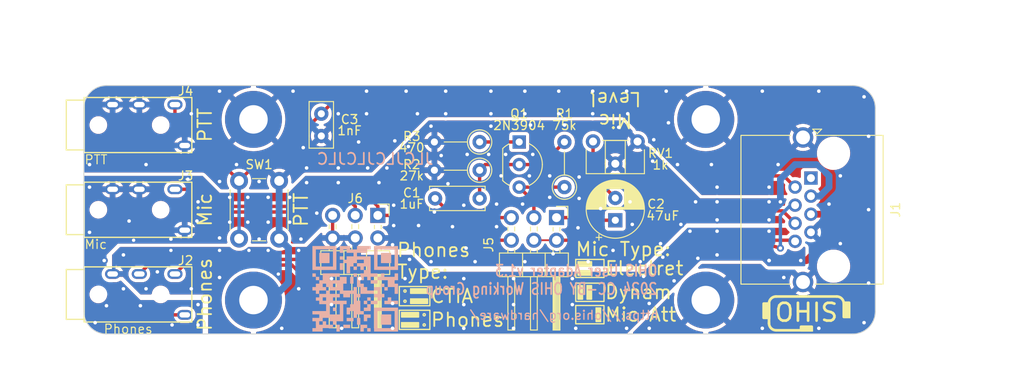
<source format=kicad_pcb>
(kicad_pcb (version 20221018) (generator pcbnew)
  (layers (0 "F.Cu" signal) (31 "B.Cu" signal) (34 "B.Paste" user) (35 "F.Paste" user) (36 "B.SilkS" user "B.Silkscreen") (37 "F.SilkS" user "F.Silkscreen") (38 "B.Mask" user) (39 "F.Mask" user) (44 "Edge.Cuts" user))
  (net 0 "")
  (net 1 "Net-(Q1-B)")
  (net 3 "PTT")
  (net 4 "Mic-")
  (net 5 "HP:L")
  (net 6 "HP:G")
  (net 7 "Mic+")
  (net 8 "GND")
  (net 9 "HP:R")
  (net 10 "Mic+ 3.5")
  (net 11 "Net-(Q1-E)")
  (net 12 "Net-(J5-Pin_1)")
  (net 13 "Net-(J5-Pin_3)")
  (net 14 "Net-(C2-Pad2)")
  (net 15 "Net-(J6-Pin_3)")
  (net 16 "Net-(J5-Pin_5)")
  (footprint "Libraries:BOM_Item" (layer "F.Cu") (at 194.509 86.892)
    (fp_text reference "BOM6")
    (fp_text value "M3 14mm brass standoff")
  )
  (footprint "Button_Switch_THT:SW_PUSH_6mm_H9.5mm" (layer "F.Cu") (at 119.035 79.45 90)
    (fp_text reference "SW1" (at 8.33 2.25 180) (layer "F.SilkS"))
    (fp_text value "PTT")
    (pad "1" thru_hole circle (at 0 0 180) (size 2 2) (drill 1.1) (layers "*.Cu" "*.Mask") (net 3 "PTT"))
    (pad "1" thru_hole circle (at 6.5 0 180) (size 2 2) (drill 1.1) (layers "*.Cu" "*.Mask") (net 3 "PTT"))
    (pad "2" thru_hole circle (at 0 4.5 180) (size 2 2) (drill 1.1) (layers "*.Cu" "*.Mask") (net 8 "GND"))
    (pad "2" thru_hole circle (at 6.5 4.5 180) (size 2 2) (drill 1.1) (layers "*.Cu" "*.Mask") (net 8 "GND"))
  )
  (footprint "Libraries:BOM_Item" (layer "F.Cu") (at 195.326 79.526)
    (fp_text reference "BOM17")
    (fp_text value "Main Board")
  )
  (footprint "Package_TO_SOT_THT:TO-92_Inline_Wide" (layer "F.Cu") (at 150.495 68.58 -90)
    (fp_text reference "Q1" (at -3.175 0) (layer "F.SilkS"))
    (fp_text value "2N3904")
    (pad "1" thru_hole rect (at 0 0 270) (size 1.5 1.5) (drill 0.8) (layers "*.Cu" "*.Mask") (net 11 "Net-(Q1-E)"))
    (pad "2" thru_hole circle (at 2.54 0 270) (size 1.5 1.5) (drill 0.8) (layers "*.Cu" "*.Mask") (net 1 "Net-(Q1-B)"))
    (pad "3" thru_hole circle (at 5.08 0 270) (size 1.5 1.5) (drill 0.8) (layers "*.Cu" "*.Mask") (net 13 "Net-(J5-Pin_3)"))
  )
  (footprint "Libraries:BOM_Item" (layer "F.Cu") (at 194.509 88.392)
    (fp_text reference "BOM7")
    (fp_text value "M3 14mm brass standoff")
  )
  (footprint "Libraries:Conn-3.5mm-TRRS-PJ-320L" (layer "F.Cu") (at 101.63 66.675)
    (fp_text reference "J4" (at 11.4 -3.81) (layer "F.SilkS"))
    (fp_text value "PTT")
    (pad "" np_thru_hole circle (at 1.6 0) (size 1.5 1.5) (drill 1.5) (layers "*.Cu" "*.Mask"))
    (pad "" np_thru_hole circle (at 8.6 0) (size 1.5 1.5) (drill 1.5) (layers "*.Cu" "*.Mask"))
    (pad "R1" thru_hole oval (at 6.2 -2.3) (size 1.7 1.1) (drill oval 1.2 0.6) (layers "*.Cu" "*.Mask") (net 8 "GND"))
    (pad "R2" thru_hole oval (at 3.2 -2.3) (size 1.7 1.1) (drill oval 1.2 0.6) (layers "*.Cu" "*.Mask") (net 8 "GND"))
    (pad "S" thru_hole oval (at 11.3 2.3) (size 1.7 1.1) (drill oval 1.2 0.6) (layers "*.Cu" "*.Mask") (net 8 "GND"))
    (pad "T" thru_hole oval (at 10.2 -2.3) (size 1.7 1.1) (drill oval 1.2 0.6) (layers "*.Cu" "*.Mask") (net 3 "PTT"))
  )
  (footprint "Libraries:BOM_Item" (layer "F.Cu") (at 195.6 89.7)
    (fp_text reference "BOM16")
    (fp_text value "M3 10mm SS screw")
  )
  (footprint "Libraries:Conn-3.5mm-TRRS-PJ-320L" (layer "F.Cu") (at 101.63 85.725)
    (fp_text reference "J2" (at 11.4 -3.81) (layer "F.SilkS"))
    (fp_text value "Headphones")
    (pad "" np_thru_hole circle (at 1.6 0) (size 1.5 1.5) (drill 1.5) (layers "*.Cu" "*.Mask"))
    (pad "" np_thru_hole circle (at 8.6 0) (size 1.5 1.5) (drill 1.5) (layers "*.Cu" "*.Mask"))
    (pad "R1" thru_hole oval (at 6.2 -2.3) (size 1.7 1.1) (drill oval 1.2 0.6) (layers "*.Cu" "*.Mask") (net 9 "HP:R"))
    (pad "R2" thru_hole oval (at 3.2 -2.3) (size 1.7 1.1) (drill oval 1.2 0.6) (layers "*.Cu" "*.Mask") (net 6 "HP:G"))
    (pad "S" thru_hole oval (at 11.3 2.3) (size 1.7 1.1) (drill oval 1.2 0.6) (layers "*.Cu" "*.Mask") (net 15 "Net-(J6-Pin_3)"))
    (pad "T" thru_hole oval (at 10.2 -2.3) (size 1.7 1.1) (drill oval 1.2 0.6) (layers "*.Cu" "*.Mask") (net 5 "HP:L"))
  )
  (footprint "MountingHole:MountingHole_3.2mm_M3_Pad" (layer "F.Cu") (at 120.65 66.04)
    (fp_text reference "H1" hide)
    (fp_text value "MountingHole_Pad")
    (pad "1" thru_hole circle (at 0 0) (size 6.4 6.4) (drill 3.2) (layers "*.Cu" "*.Mask") (net 8 "GND"))
  )
  (footprint "Libraries:BOM_Item" (layer "F.Cu") (at 194.509 85.392)
    (fp_text reference "BOM5")
    (fp_text value "M3 14mm brass standoff")
  )
  (footprint "Libraries:BOM_Item" (layer "F.Cu") (at 196.342 68.882)
    (fp_text reference "BOM2")
    (fp_text value ".1\" Jumper")
  )
  (footprint "MountingHole:MountingHole_3.2mm_M3_Pad" (layer "F.Cu") (at 171.45 66.04)
    (fp_text reference "H3" hide)
    (fp_text value "MountingHole_Pad")
    (pad "1" thru_hole circle (at 0 0) (size 6.4 6.4) (drill 3.2) (layers "*.Cu" "*.Mask") (net 8 "GND"))
  )
  (footprint "Libraries:BOM_Item" (layer "F.Cu") (at 198.6 89.7)
    (fp_text reference "BOM22")
    (fp_text value "M3 3mm ABS standoff")
  )
  (footprint "Libraries:BOM_Item" (layer "F.Cu") (at 195.326 81.026)
    (fp_text reference "BOM18")
    (fp_text value "Top Board")
  )
  (footprint "MountingHole:MountingHole_3.2mm_M3_Pad" (layer "F.Cu") (at 120.65 86.36)
    (fp_text reference "H2" hide)
    (fp_text value "MountingHole_Pad")
    (pad "1" thru_hole circle (at 0 0) (size 6.4 6.4) (drill 3.2) (layers "*.Cu" "*.Mask") (net 8 "GND"))
  )
  (footprint "Capacitor_THT:C_Disc_D6.0mm_W2.5mm_P5.00mm" (layer "F.Cu") (at 141.05 74.93)
    (fp_text reference "C1" (at -2.62 -0.635) (layer "F.SilkS"))
    (fp_text value "1uF")
    (pad "1" thru_hole circle (at 0 0) (size 1.6 1.6) (drill 0.8) (layers "*.Cu" "*.Mask") (net 16 "Net-(J5-Pin_5)"))
    (pad "2" thru_hole circle (at 5 0) (size 1.6 1.6) (drill 0.8) (layers "*.Cu" "*.Mask") (net 1 "Net-(Q1-B)"))
  )
  (footprint "Resistor_THT:R_Axial_DIN0207_L6.3mm_D2.5mm_P5.08mm_Vertical" (layer "F.Cu") (at 146.05 71.755 180)
    (fp_text reference "R2" (at 7.62 0.635 180) (layer "F.SilkS"))
    (fp_text value "27k")
    (pad "1" thru_hole circle (at 0 0 180) (size 1.6 1.6) (drill 0.8) (layers "*.Cu" "*.Mask") (net 1 "Net-(Q1-B)"))
    (pad "2" thru_hole oval (at 5.08 0 180) (size 1.6 1.6) (drill 0.8) (layers "*.Cu" "*.Mask") (net 4 "Mic-"))
  )
  (footprint "Libraries:BOM_Item" (layer "F.Cu") (at 197.1 91.2)
    (fp_text reference "BOM21")
    (fp_text value "M3 3mm ABS standoff")
  )
  (footprint "Libraries:BOM_Item" (layer "F.Cu") (at 196.009 88.392)
    (fp_text reference "BOM10")
    (fp_text value "M3 6mm SS screw")
  )
  (footprint "Libraries:BOM_Item" (layer "F.Cu") (at 194.1 91.2)
    (fp_text reference "BOM15")
    (fp_text value "M3 10mm SS screw")
  )
  (footprint "Potentiometer_THT:Potentiometer_Piher_PT-6-H_Horizontal" (layer "F.Cu") (at 163.79 68.525 -90)
    (fp_text reference "RV1" (at 1.325 -2.58) (layer "F.SilkS"))
    (fp_text value "1k")
    (pad "1" thru_hole circle (at 0 0 270) (size 1.62 1.62) (drill 0.9) (layers "*.Cu" "*.Mask") (net 4 "Mic-"))
    (pad "2" thru_hole circle (at 2.5 2.5 270) (size 1.62 1.62) (drill 0.9) (layers "*.Cu" "*.Mask") (net 4 "Mic-"))
    (pad "3" thru_hole circle (at 0 5 270) (size 1.62 1.62) (drill 0.9) (layers "*.Cu" "*.Mask") (net 14 "Net-(C2-Pad2)"))
  )
  (footprint "Libraries:BOM_Item" (layer "F.Cu") (at 196.342 67.382)
    (fp_text reference "BOM1")
    (fp_text value ".1\" Jumper")
  )
  (footprint "Libraries:BOM_Item" (layer "F.Cu") (at 196.009 85.392)
    (fp_text reference "BOM8")
    (fp_text value "M3 14mm brass standoff")
  )
  (footprint "Libraries:BOM_Item" (layer "F.Cu") (at 196.342 70.382)
    (fp_text reference "BOM3")
    (fp_text value ".1\" Jumper")
  )
  (footprint "Libraries:BOM_Item" (layer "F.Cu") (at 197.1 89.7)
    (fp_text reference "BOM20")
    (fp_text value "M3 3mm ABS standoff")
  )
  (footprint "MountingHole:MountingHole_3.2mm_M3_Pad" (layer "F.Cu") (at 171.45 86.36)
    (fp_text reference "H4" hide)
    (fp_text value "MountingHole_Pad")
    (pad "1" thru_hole circle (at 0 0) (size 6.4 6.4) (drill 3.2) (layers "*.Cu" "*.Mask") (net 8 "GND"))
  )
  (footprint "Connector_PinHeader_2.54mm:PinHeader_2x03_P2.54mm_Horizontal" (layer "F.Cu") (at 154.686 77.089 -90)
    (fp_text reference "J5" (at 3.048 7.62 -90) (layer "F.SilkS"))
    (fp_text value "Dynamic Mic Bypass")
    (pad "1" thru_hole rect (at 0 0 270) (size 1.7 1.7) (drill 1) (layers "*.Cu" "*.Mask") (net 12 "Net-(J5-Pin_1)"))
    (pad "2" thru_hole oval (at 2.54 0 270) (size 1.7 1.7) (drill 1) (layers "*.Cu" "*.Mask") (net 7 "Mic+"))
    (pad "3" thru_hole oval (at 0 2.54 270) (size 1.7 1.7) (drill 1) (layers "*.Cu" "*.Mask") (net 13 "Net-(J5-Pin_3)"))
    (pad "4" thru_hole oval (at 2.54 2.54 270) (size 1.7 1.7) (drill 1) (layers "*.Cu" "*.Mask") (net 7 "Mic+"))
    (pad "5" thru_hole oval (at 0 5.08 270) (size 1.7 1.7) (drill 1) (layers "*.Cu" "*.Mask") (net 16 "Net-(J5-Pin_5)"))
    (pad "6" thru_hole oval (at 2.54 5.08 270) (size 1.7 1.7) (drill 1) (layers "*.Cu" "*.Mask") (net 10 "Mic+ 3.5"))
  )
  (footprint "Libraries:BOM_Item" (layer "F.Cu") (at 195.6 91.2)
    (fp_text reference "BOM19")
    (fp_text value "Bottom Board")
  )
  (footprint "Resistor_THT:R_Axial_DIN0207_L6.3mm_D2.5mm_P5.08mm_Vertical" (layer "F.Cu") (at 155.575 73.66 90)
    (fp_text reference "R1" (at 8.255 0 180) (layer "F.SilkS"))
    (fp_text value "75k")
    (pad "1" thru_hole circle (at 0 0 90) (size 1.6 1.6) (drill 0.8) (layers "*.Cu" "*.Mask") (net 13 "Net-(J5-Pin_3)"))
    (pad "2" thru_hole oval (at 5.08 0 90) (size 1.6 1.6) (drill 0.8) (layers "*.Cu" "*.Mask") (net 1 "Net-(Q1-B)"))
  )
  (footprint "Libraries:BOM_Item" (layer "F.Cu") (at 196.342 71.882)
    (fp_text reference "BOM4")
    (fp_text value ".1\" Jumper")
  )
  (footprint "Libraries:BOM_Item" (layer "F.Cu") (at 197.509 85.392)
    (fp_text reference "BOM11")
    (fp_text value "M3 6mm SS screw")
  )
  (footprint "Capacitor_THT:CP_Radial_D6.3mm_P2.50mm" (layer "F.Cu") (at 161.29 77.38238 90)
    (fp_text reference "C2" (at 1.81738 4.572 180) (layer "F.SilkS"))
    (fp_text value "47uF")
    (pad "1" thru_hole rect (at 0 0 90) (size 1.6 1.6) (drill 0.8) (layers "*.Cu" "*.Mask") (net 12 "Net-(J5-Pin_1)"))
    (pad "2" thru_hole circle (at 2.5 0 90) (size 1.6 1.6) (drill 0.8) (layers "*.Cu" "*.Mask") (net 14 "Net-(C2-Pad2)"))
  )
  (footprint "Resistor_THT:R_Axial_DIN0207_L6.3mm_D2.5mm_P5.08mm_Vertical" (layer "F.Cu") (at 146.05 68.58 180)
    (fp_text reference "R3" (at 7.62 0.635 180) (layer "F.SilkS"))
    (fp_text value "470")
    (pad "1" thru_hole circle (at 0 0 180) (size 1.6 1.6) (drill 0.8) (layers "*.Cu" "*.Mask") (net 11 "Net-(Q1-E)"))
    (pad "2" thru_hole oval (at 5.08 0 180) (size 1.6 1.6) (drill 0.8) (layers "*.Cu" "*.Mask") (net 4 "Mic-"))
  )
  (footprint "Libraries:BOM_Item" (layer "F.Cu") (at 196.009 86.892)
    (fp_text reference "BOM9")
    (fp_text value "M3 6mm SS screw")
  )
  (footprint "Libraries:BOM_Item" (layer "F.Cu") (at 197.509 88.392)
    (fp_text reference "BOM13")
    (fp_text value "M3 10mm SS screw")
  )
  (footprint "Libraries:BOM_Item" (layer "F.Cu") (at 198.6 91.2)
    (fp_text reference "BOM23")
    (fp_text value "M3 3mm ABS standoff")
  )
  (footprint "Libraries:BOM_Item" (layer "F.Cu") (at 197.509 86.892)
    (fp_text reference "BOM12")
    (fp_text value "M3 6mm SS screw")
  )
  (footprint "Libraries:Logo_OHIS_Medium" (layer "F.Cu") (at 182.753 87.757)
    (fp_text reference "G1" hide)
    (fp_text value "Logo_OHIS" hide)
    (fp_text user "OHIS" (at 0 0 unlocked) (layer "F.SilkS") (effects (font (size 2 2) (thickness 0.3))))
  )
  (footprint "Capacitor_THT:C_Disc_D5.0mm_W2.5mm_P2.50mm" (layer "F.Cu") (at 128.27 67.905 90)
    (fp_text reference "C3" (at 1.865 3.175) (layer "F.SilkS"))
    (fp_text value "1nF")
    (pad "1" thru_hole circle (at 0 0 90) (size 1.6 1.6) (drill 0.8) (layers "*.Cu" "*.Mask") (net 8 "GND"))
    (pad "2" thru_hole circle (at 2.5 0 90) (size 1.6 1.6) (drill 0.8) (layers "*.Cu" "*.Mask") (net 3 "PTT"))
  )
  (footprint "Libraries:BOM_Item" (layer "F.Cu") (at 194.1 89.7)
    (fp_text reference "BOM14")
    (fp_text value "M3 10mm SS screw")
  )
  (footprint "Connector_RJ:RJ45_Amphenol_RJHSE5380" (layer "F.Cu") (at 183.263 72.64 -90)
    (fp_text reference "J1" (at 3.56 -9.5 90) (layer "F.SilkS"))
    (fp_text value "OHIS_8p8c_Shield")
    (pad "" np_thru_hole circle (at -2.79 -2.54 270) (size 3.25 3.25) (drill 3.25) (layers "*.Cu" "*.Mask"))
    (pad "" np_thru_hole circle (at 9.91 -2.54 270) (size 3.25 3.25) (drill 3.25) (layers "*.Cu" "*.Mask"))
    (pad "1" thru_hole rect (at 0 0 270) (size 1.5 1.5) (drill 0.89) (layers "*.Cu" "*.Mask"))
    (pad "2" thru_hole circle (at 1.016 1.78 270) (size 1.5 1.5) (drill 0.89) (layers "*.Cu" "*.Mask") (net 3 "PTT"))
    (pad "3" thru_hole circle (at 2.032 0 270) (size 1.5 1.5) (drill 0.89) (layers "*.Cu" "*.Mask") (net 4 "Mic-"))
    (pad "4" thru_hole circle (at 3.048 1.78 270) (size 1.5 1.5) (drill 0.89) (layers "*.Cu" "*.Mask") (net 5 "HP:L"))
    (pad "5" thru_hole circle (at 4.064 0 270) (size 1.5 1.5) (drill 0.89) (layers "*.Cu" "*.Mask") (net 6 "HP:G"))
    (pad "6" thru_hole circle (at 5.08 1.78 270) (size 1.5 1.5) (drill 0.89) (layers "*.Cu" "*.Mask") (net 7 "Mic+"))
    (pad "7" thru_hole circle (at 6.096 0 270) (size 1.5 1.5) (drill 0.89) (layers "*.Cu" "*.Mask") (net 8 "GND"))
    (pad "8" thru_hole circle (at 7.112 1.78 270) (size 1.5 1.5) (drill 0.89) (layers "*.Cu" "*.Mask") (net 9 "HP:R"))
    (pad "SH" thru_hole circle (at -4.57 0.89 270) (size 2.3 2.3) (drill 1.57) (layers "*.Cu" "*.Mask") (net 8 "GND"))
    (pad "SH" thru_hole circle (at 11.69 0.89 270) (size 2.3 2.3) (drill 1.57) (layers "*.Cu" "*.Mask") (net 8 "GND"))
  )
  (footprint "Connector_PinHeader_2.54mm:PinHeader_2x03_P2.54mm_Horizontal" (layer "F.Cu") (at 134.62 76.835 -90)
    (fp_text reference "J6" (at -1.905 2.54 -180) (layer "F.SilkS"))
    (fp_text value "HP or CTIA")
    (pad "1" thru_hole rect (at 0 0 270) (size 1.7 1.7) (drill 1) (layers "*.Cu" "*.Mask") (net 10 "Mic+ 3.5"))
    (pad "2" thru_hole oval (at 2.54 0 270) (size 1.7 1.7) (drill 1) (layers "*.Cu" "*.Mask") (net 4 "Mic-"))
    (pad "3" thru_hole oval (at 0 2.54 270) (size 1.7 1.7) (drill 1) (layers "*.Cu" "*.Mask") (net 15 "Net-(J6-Pin_3)"))
    (pad "4" thru_hole oval (at 2.54 2.54 270) (size 1.7 1.7) (drill 1) (layers "*.Cu" "*.Mask") (net 6 "HP:G"))
    (pad "5" thru_hole oval (at 0 5.08 270) (size 1.7 1.7) (drill 1) (layers "*.Cu" "*.Mask") (net 6 "HP:G"))
    (pad "6" thru_hole oval (at 2.54 5.08 270) (size 1.7 1.7) (drill 1) (layers "*.Cu" "*.Mask") (net 6 "HP:G"))
  )
  (footprint "Libraries:Conn-3.5mm-TRRS-PJ-320L" (layer "F.Cu") (at 101.63 76.2)
    (fp_text reference "J3" (at 11.4 -3.81) (layer "F.SilkS"))
    (fp_text value "Microphone")
    (pad "" np_thru_hole circle (at 1.6 0) (size 1.5 1.5) (drill 1.5) (layers "*.Cu" "*.Mask"))
    (pad "" np_thru_hole circle (at 8.6 0) (size 1.5 1.5) (drill 1.5) (layers "*.Cu" "*.Mask"))
    (pad "R1" thru_hole oval (at 6.2 -2.3) (size 1.7 1.1) (drill oval 1.2 0.6) (layers "*.Cu" "*.Mask") (net 4 "Mic-"))
    (pad "R2" thru_hole oval (at 3.2 -2.3) (size 1.7 1.1) (drill oval 1.2 0.6) (layers "*.Cu" "*.Mask") (net 4 "Mic-"))
    (pad "S" thru_hole oval (at 11.3 2.3) (size 1.7 1.1) (drill oval 1.2 0.6) (layers "*.Cu" "*.Mask") (net 4 "Mic-"))
    (pad "T" thru_hole oval (at 10.2 -2.3) (size 1.7 1.1) (drill oval 1.2 0.6) (layers "*.Cu" "*.Mask") (net 10 "Mic+ 3.5"))
  )
  (footprint "LOGO" (layer "B.Cu") (at 132.08 85.09 180)
    (fp_text reference "G***" hide)
    (fp_text value "LOGO" hide)
  )
  (gr_rect (start 159.131 87.249) (end 159.639 88.773) (stroke (width 0.15)) (fill solid) (layer "F.SilkS"))
  (gr_rect (start 157.099 84.7344) (end 157.607 86.2584) (stroke (width 0.15)) (fill solid) (layer "F.SilkS"))
  (gr_rect (start 137.287 87.757) (end 139.192 88.265) (stroke (width 0.15)) (fill solid) (layer "F.SilkS"))
  (gr_rect (start 156.845 84.455) (end 160.02 86.5124) (stroke (width 0.15)) (fill none) (layer "F.SilkS"))
  (gr_rect (start 156.845 81.788) (end 160.02 83.82) (stroke (width 0.15)) (fill none) (layer "F.SilkS"))
  (gr_rect (start 157.099 83.058) (end 158.623 83.566) (stroke (width 0.15)) (fill solid) (layer "F.SilkS"))
  (gr_rect (start 137.287 88.9) (end 139.192 89.408) (stroke (width 0.15)) (fill solid) (layer "F.SilkS"))
  (gr_rect (start 138.303 86.233) (end 140.208 86.741) (stroke (width 0.15)) (fill solid) (layer "F.SilkS"))
  (gr_circle (center 137.668 85.344) (end 137.668 85.471) (stroke (width 0.15)) (fill none) (layer "F.SilkS"))
  (gr_rect (start 138.303 85.09) (end 140.208 85.598) (stroke (width 0.15)) (fill solid) (layer "F.SilkS"))
  (gr_rect (start 156.845 86.9696) (end 160.02 89.027) (stroke (width 0.15)) (fill none) (layer "F.SilkS"))
  (gr_circle (center 137.668 86.487) (end 137.668 86.614) (stroke (width 0.15)) (fill none) (layer "F.SilkS"))
  (gr_circle (center 139.827 89.154) (end 139.827 89.027) (stroke (width 0.15)) (fill none) (layer "F.SilkS"))
  (gr_circle (center 139.827 88.011) (end 139.827 87.884) (stroke (width 0.15)) (fill none) (layer "F.SilkS"))
  (gr_rect (start 158.115 84.7344) (end 158.623 86.2584) (stroke (width 0.15)) (fill solid) (layer "F.SilkS"))
  (gr_rect (start 137.033 87.503) (end 140.462 89.662) (stroke (width 0.15)) (fill none) (layer "F.SilkS"))
  (gr_rect (start 137.033 84.836) (end 140.462 86.995) (stroke (width 0.15)) (fill none) (layer "F.SilkS"))
  (gr_rect (start 157.099 82.042) (end 158.623 82.55) (stroke (width 0.15)) (fill solid) (layer "F.SilkS"))
  (gr_line (start 187.96 90.17) (end 104.14 90.17) (stroke (width 0.1)) (layer "Edge.Cuts"))
  (gr_line (start 190.5 64.77) (end 190.5 87.63) (stroke (width 0.1)) (layer "Edge.Cuts"))
  (gr_arc (start 187.96 62.23) (mid 189.756051 62.973949) (end 190.5 64.77) (stroke (width 0.1)) (layer "Edge.Cuts"))
  (gr_line (start 104.14 62.23) (end 187.96 62.23) (stroke (width 0.1)) (layer "Edge.Cuts"))
  (gr_arc (start 101.6 64.77) (mid 102.343949 62.973949) (end 104.14 62.23) (stroke (width 0.1)) (layer "Edge.Cuts"))
  (gr_arc (start 104.14 90.17) (mid 102.343949 89.426051) (end 101.6 87.63) (stroke (width 0.1)) (layer "Edge.Cuts"))
  (gr_arc (start 190.5 87.63) (mid 189.756051 89.426051) (end 187.96 90.17) (stroke (width 0.1)) (layer "Edge.Cuts"))
  (gr_line (start 101.6 87.63) (end 101.6 64.77) (stroke (width 0.1)) (layer "Edge.Cuts"))
  (gr_text "JLCJLCJLCJLC" (at 140.97 70.485) (layer "B.SilkS") (effects (font (size 1.27 1.27) (thickness 0.1905)) (justify left mirror)))
  (gr_text "OHIS User Adapter v1.3\n2024 CC-BY OHIS Working Group" (at 166.116 85.852) (layer "B.SilkS") (effects (font (size 1.27 1.016) (thickness 0.1905)) (justify left bottom mirror)))
  (gr_text "https://ohis.org/hardware/" (at 166.243 88.646) (layer "B.SilkS") (effects (font (size 1 1)) (justify left bottom mirror)))
  (gr_text "Mic Type:" (at 156.718 81.534) (layer "F.SilkS") (effects (font (size 1.524 1.524) (thickness 0.2032)) (justify left bottom)))
  (gr_text "47uF" (at 166.624 77.47) (layer "F.SilkS") (effects (font (size 1 1)) (justify bottom)))
  (gr_text "PTT" (at 114.3 66.675 90) (layer "F.SilkS") (effects (font (size 1.524 1.524) (thickness 0.2032)) (justify top)))
  (gr_text "470" (at 138.43 69.215) (layer "F.SilkS") (effects (font (size 1 1))))
  (gr_text "1uF" (at 138.43 75.565) (layer "F.SilkS") (effects (font (size 1 1))))
  (gr_text "Mic Att" (at 160.02 87.9983) (layer "F.SilkS") (effects (font (size 1.524 1.524) (thickness 0.2032)) (justify left)))
  (gr_text "Phones" (at 103.759 89.027) (layer "F.SilkS") (effects (font (size 1.016 1.016) (thickness 0.127) bold) (justify left top)))
  (gr_text "PTT" (at 125.095 76.2 90) (layer "F.SilkS") (effects (font (size 1.524 1.524) (thickness 0.2032)) (justify top)))
  (gr_text "CTIA" (at 140.462 85.9155) (layer "F.SilkS") (effects (font (size 1.524 1.524) (thickness 0.2032)) (justify left)))
  (gr_text "1nF" (at 131.445 67.31) (layer "F.SilkS") (effects (font (size 1 1))))
  (gr_text "Dynam" (at 160.02 85.471) (layer "F.SilkS") (effects (font (size 1.524 1.524) (thickness 0.2032)) (justify left)))
  (gr_text "Phones" (at 114.3 85.725 90) (layer "F.SilkS") (effects (font (size 1.524 1.524) (thickness 0.2032)) (justify top)))
  (gr_text "1k" (at 166.37 71.755) (layer "F.SilkS") (effects (font (size 1 1)) (justify bottom)))
  (gr_text "Mic\nLevel" (at 161.29 62.865 180) (layer "F.SilkS") (effects (font (size 1.524 1.524) (thickness 0.2032)) (justify bottom)))
  (gr_text "Mic" (at 101.6 79.502) (layer "F.SilkS") (effects (font (size 1.016 1.016) (thickness 0.127) bold) (justify left top)))
  (gr_text "75k" (at 155.575 67.31) (layer "F.SilkS") (effects (font (size 1 1)) (justify bottom)))
  (gr_text "Electret" (at 160.02 82.7913) (layer "F.SilkS") (effects (font (size 1.524 1.524) (thickness 0.2032)) (justify left)))
  (gr_text "Phones\nType:" (at 136.652 84.074) (layer "F.SilkS") (effects (font (size 1.524 1.524) (thickness 0.2032)) (justify left bottom)))
  (gr_text "27k" (at 138.43 72.39) (layer "F.SilkS") (effects (font (size 1 1))))
  (gr_text "Phones" (at 140.462 88.5825) (layer "F.SilkS") (effects (font (size 1.524 1.524) (thickness 0.2032)) (justify left)))
  (gr_text "PTT" (at 101.6 69.977) (layer "F.SilkS") (effects (font (size 1.016 1.016) (thickness 0.127)) (justify left top)))
  (gr_text "2N3904" (at 150.495 67.31) (layer "F.SilkS") (effects (font (size 1 1)) (justify bottom)))
  (gr_text "Mic" (at 114.3 76.2 90) (layer "F.SilkS") (effects (font (size 1.524 1.524) (thickness 0.2032)) (justify top)))
  (segment (start 146.05 71.755) (end 146.05 74.93) (width 0.381) (layer "F.Cu") (net 1))
  (segment (start 150.495 71.12) (end 153.035 71.12) (width 0.381) (layer "F.Cu") (net 1))
  (segment (start 150.495 71.12) (end 146.685 71.12) (width 0.381) (layer "F.Cu") (net 1))
  (segment (start 146.685 71.12) (end 146.05 71.755) (width 0.381) (layer "F.Cu") (net 1))
  (segment (start 153.035 71.12) (end 155.575 68.58) (width 0.381) (layer "F.Cu") (net 1))
  (segment (start 119.035 72.95) (end 121.5 70.485) (width 0.381) (layer "F.Cu") (net 3))
  (segment (start 121.5 70.485) (end 123.17 70.485) (width 0.381) (layer "F.Cu") (net 3))
  (segment (start 129.52 64.135) (end 163.195 64.135) (width 0.381) (layer "F.Cu") (net 3))
  (segment (start 111.83 65.745) (end 119.035 72.95) (width 0.381) (layer "F.Cu") (net 3))
  (segment (start 180.217 72.39) (end 181.483 73.656) (width 0.381) (layer "F.Cu") (net 3))
  (segment (start 123.17 70.485) (end 126.365 67.29) (width 0.381) (layer "F.Cu") (net 3))
  (segment (start 111.83 64.375) (end 111.83 65.745) (width 0.381) (layer "F.Cu") (net 3))
  (segment (start 163.195 64.135) (end 171.45 72.39) (width 0.381) (layer "F.Cu") (net 3))
  (segment (start 180.217 72.39) (end 171.45 72.39) (width 0.381) (layer "F.Cu") (net 3))
  (segment (start 126.365 67.29) (end 129.52 64.135) (width 0.381) (layer "F.Cu") (net 3))
  (segment (start 119.035 79.45) (end 119.035 72.95) (width 0.381) (layer "B.Cu") (net 3))
  (via (at 139.192 77.978) (size 0.8) (drill 0.4) (layers "F.Cu" "B.Cu") (net 4))
  (via (at 106.68 77.47) (size 0.8) (drill 0.4) (layers "F.Cu" "B.Cu") (net 4))
  (via (at 147.955 75.565) (size 0.8) (drill 0.4) (layers "F.Cu" "B.Cu") (net 4))
  (via (at 103.886 81.915) (size 0.8) (drill 0.4) (layers "F.Cu" "B.Cu") (net 4))
  (via (at 179.832 75.311) (size 0.8) (drill 0.4) (layers "F.Cu" "B.Cu") (net 4))
  (via (at 136.398 75.692) (size 0.8) (drill 0.4) (layers "F.Cu" "B.Cu") (net 4))
  (via (at 111.379 79.502) (size 0.8) (drill 0.4) (layers "F.Cu" "B.Cu") (net 4))
  (via (at 163.195 77.851) (size 0.8) (drill 0.4) (layers "F.Cu" "B.Cu") (net 4))
  (via (at 122.301 77.597) (size 0.8) (drill 0.4) (layers "F.Cu" "B.Cu") (net 4))
  (via (at 157.226 74.93) (size 0.8) (drill 0.4) (layers "F.Cu" "B.Cu") (net 4))
  (via (at 104.14 86.995) (size 0.8) (drill 0.4) (layers "F.Cu" "B.Cu") (net 4))
  (via (at 143.002 78.105) (size 0.8) (drill 0.4) (layers "F.Cu" "B.Cu") (net 4))
  (via (at 145.542 82.042) (size 0.8) (drill 0.4) (layers "F.Cu" "B.Cu") (net 4))
  (via (at 117.983 77.597) (size 0.8) (drill 0.4) (layers "F.Cu" "B.Cu") (net 4))
  (via (at 164.084 82.042) (size 0.8) (drill 0.4) (layers "F.Cu" "B.Cu") (net 4))
  (via (at 135.636 71.501) (size 0.8) (drill 0.4) (layers "F.Cu" "B.Cu") (net 4))
  (via (at 125.984 79.502) (size 0.8) (drill 0.4) (layers "F.Cu" "B.Cu") (net 4))
  (via (at 161.036 80.772) (size 0.8) (drill 0.4) (layers "F.Cu" "B.Cu") (net 4))
  (via (at 147.955 78.105) (size 0.8) (drill 0.4) (layers "F.Cu" "B.Cu") (net 4))
  (via (at 124.714 74.803) (size 0.8) (drill 0.4) (layers "F.Cu" "B.Cu") (net 4))
  (via (at 142.494 73.279) (size 0.8) (drill 0.4) (layers "F.Cu" "B.Cu") (net 4))
  (via (at 140.589 82.042) (size 0.8) (drill 0.4) (layers "F.Cu" "B.Cu") (net 4))
  (via (at 107.95 86.995) (size 0.8) (drill 0.4) (layers "F.Cu" "B.Cu") (net 4))
  (via (at 117.983 74.803) (size 0.8) (drill 0.4) (layers "F.Cu" "B.Cu") (net 4))
  (via (at 114.427 75.311) (size 0.8) (drill 0.4) (layers "F.Cu" "B.Cu") (net 4))
  (via (at 150.876 75.565) (size 0.8) (drill 0.4) (layers "F.Cu" "B.Cu") (net 4))
  (via (at 168.656 77.851) (size 0.8) (drill 0.4) (layers "F.Cu" "B.Cu") (net 4))
  (via (at 153.924 74.803) (size 0.8) (drill 0.4) (layers "F.Cu" "B.Cu") (net 4))
  (via (at 147.32 66.802) (size 0.8) (drill 0.4) (layers "F.Cu" "B.Cu") (net 4))
  (via (at 138.049 69.088) (size 0.8) (drill 0.4) (layers "F.Cu" "B.Cu") (net 4))
  (via (at 157.099 78.232) (size 0.8) (drill 0.4) (layers "F.Cu" "B.Cu") (net 4))
  (via (at 121.285 79.502) (size 0.8) (drill 0.4) (layers "F.Cu" "B.Cu") (net 4))
  (via (at 148.463 72.39) (size 0.8) (drill 0.4) (layers "F.Cu" "B.Cu") (net 4))
  (via (at 144.526 80.518) (size 0.8) (drill 0.4) (layers "F.Cu" "B.Cu") (net 4))
  (via (at 136.271 80.137) (size 0.8) (drill 0.4) (layers "F.Cu" "B.Cu") (net 4))
  (via (at 140.589 66.802) (size 0.8) (drill 0.4) (layers "F.Cu" "B.Cu") (net 4))
  (via (at 159.639 76.073) (size 0.8) (drill 0.4) (layers "F.Cu" "B.Cu") (net 4))
  (via (at 126.619 73.152) (size 0.8) (drill 0.4) (layers "F.Cu" "B.Cu") (net 4))
  (via (at 161.671 66.929) (size 0.8) (drill 0.4) (layers "F.Cu" "B.Cu") (net 4))
  (via (at 144.653 69.977) (size 0.8) (drill 0.4) (layers "F.Cu" "B.Cu") (net 4))
  (via (at 122.301 74.803) (size 0.8) (drill 0.4) (layers "F.Cu" "B.Cu") (net 4))
  (via (at 124.714 77.597) (size 0.8) (drill 0.4) (layers "F.Cu" "B.Cu") (net 4))
  (via (at 130.175 73.152) (size 0.8) (drill 0.4) (layers "F.Cu" "B.Cu") (net 4))
  (via (at 151.13 82.042) (size 0.8) (drill 0.4) (layers "F.Cu" "B.Cu") (net 4))
  (via (at 144.272 75.692) (size 0.8) (drill 0.4) (layers "F.Cu" "B.Cu") (net 4))
  (via (at 172.72 77.343) (size 0.8) (drill 0.4) (layers "F.Cu" "B.Cu") (net 4))
  (via (at 136.398 77.978) (size 0.8) (drill 0.4) (layers "F.Cu" "B.Cu") (net 4))
  (via (at 113.284 72.771) (size 0.8) (drill 0.4) (layers "F.Cu" "B.Cu") (net 4))
  (via (at 102.87 88.9) (size 0.8) (drill 0.4) (layers "F.Cu" "B.Cu") (net 4))
  (via (at 127.762 76.581) (size 0.8) (drill 0.4) (layers "F.Cu" "B.Cu") (net 4))
  (via (at 166.37 80.01) (size 0.8) (drill 0.4) (layers "F.Cu" "B.Cu") (net 4))
  (via (at 152.019 69.977) (size 0.8) (drill 0.4) (layers "F.Cu" "B.Cu") (net 4))
  (via (at 147.066 69.977) (size 0.8) (drill 0.4) (layers "F.Cu" "B.Cu") (net 4))
  (via (at 148.971 69.977) (size 0.8) (drill 0.4) (layers "F.Cu" "B.Cu") (net 4))
  (via (at 102.235 78.74) (size 0.8) (drill 0.4) (layers "F.Cu" "B.Cu") (net 4))
  (via (at 111.506 89.154) (size 0.8) (drill 0.4) (layers "F.Cu" "B.Cu") (net 4))
  (via (at 178.562 75.311) (size 0.8) (drill 0.4) (layers "F.Cu" "B.Cu") (net 4))
  (via (at 114.427 86.868) (size 0.8) (drill 0.4) (layers "F.Cu" "B.Cu") (net 4))
  (via (at 102.235 73.66) (size 0.8) (drill 0.4) (layers "F.Cu" "B.Cu") (net 4))
  (via (at 114.3 77.47) (size 0.8) (drill 0.4) (layers "F.Cu" "B.Cu") (net 4))
  (via (at 140.97 76.454) (size 0.8) (drill 0.4) (layers "F.Cu" "B.Cu") (net 4))
  (via (at 153.924 72.39) (size 0.8) (drill 0.4) (layers "F.Cu" "B.Cu") (net 4))
  (via (at 178.562 77.343) (size 0.8) (drill 0.4) (layers "F.Cu" "B.Cu") (net 4))
  (via (at 172.72 75.311) (size 0.8) (drill 0.4) (layers "F.Cu" "B.Cu") (net 4))
  (via (at 116.84 79.375) (size 0.8) (drill 0.4) (layers "F.Cu" "B.Cu") (net 4))
  (via (at 158.242 82.042) (size 0.8) (drill 0.4) (layers "F.Cu" "B.Cu") (net 4))
  (via (at 107.188 79.629) (size 0.635) (drill 0.381) (layers "F.Cu" "B.Cu") (net 4))
  (via (at 162.941 75.311) (size 0.8) (drill 0.4) (layers "F.Cu" "B.Cu") (net 4))
  (via (at 120.015 74.803) (size 0.8) (drill 0.4) (layers "F.Cu" "B.Cu") (net 4))
  (via (at 141.732 70.104) (size 0.8) (drill 0.4) (layers "F.Cu" "B.Cu") (net 4))
  (via (at 114.427 89.154) (size 0.8) (drill 0.4) (layers "F.Cu" "B.Cu") (net 4))
  (via (at 151.765 66.675) (size 0.8) (drill 0.4) (layers "F.Cu" "B.Cu") (net 4))
  (via (at 170.307 75.311) (size 0.8) (drill 0.4) (layers "F.Cu" "B.Cu") (net 4))
  (via (at 106.045 85.09) (size 0.8) (drill 0.4) (layers "F.Cu" "B.Cu") (net 4))
  (via (at 120.015 77.597) (size 0.8) (drill 0.4) (layers "F.Cu" "B.Cu") (net 4))
  (via (at 134.747 73.152) (size 0.8) (drill 0.4) (layers "F.Cu" "B.Cu") (net 4))
  (via (at 151.638 72.39) (size 0.8) (drill 0.4) (layers "F.Cu" "B.Cu") (net 4))
  (via (at 155.575 66.675) (size 0.8) (drill 0.4) (layers "F.Cu" "B.Cu") (net 4))
  (via (at 165.481 70.739) (size 0.8) (drill 0.4) (layers "F.Cu" "B.Cu") (net 4))
  (via (at 157.226 72.517) (size 0.8) (drill 0.4) (layers "F.Cu" "B.Cu") (net 4))
  (via (at 154.305 81.153) (size 0.8) (drill 0.4) (layers "F.Cu" "B.Cu") (net 4))
  (segment (start 184.912 72.009) (end 185.293 72.39) (width 0.762) (layer "B.Cu") (net 4))
  (segment (start 181.483 71.12) (end 183.896 71.12) (width 0.762) (layer "B.Cu") (net 4))
  (segment (start 184.281 74.672) (end 183.263 74.672) (width 0.762) (layer "B.Cu") (net 4))
  (segment (start 185.293 73.66) (end 184.281 74.672) (width 0.762) (layer "B.Cu") (net 4))
  (segment (start 179.832 75.311) (end 179.832 72.771) (width 0.762) (layer "B.Cu") (net 4))
  (segment (start 184.912 72.009) (end 183.896 71.12) (width 0.635) (layer "B.Cu") (net 4))
  (segment (start 185.293 72.39) (end 185.293 73.66) (width 0.762) (layer "B.Cu") (net 4))
  (segment (start 179.832 72.771) (end 181.483 71.12) (width 0.762) (layer "B.Cu") (net 4))
  (segment (start 170.561 80.264) (end 178.943 80.264) (width 0.381) (layer "F.Cu") (net 5))
  (segment (start 124.968 82.423) (end 112.832 82.423) (width 0.381) (layer "F.Cu") (net 5))
  (segment (start 170.561 80.264) (end 165.1762 85.6488) (width 0.381) (layer "F.Cu") (net 5))
  (segment (start 179.832 80.518) (end 178.943 80.264) (width 0.381) (layer "F.Cu") (net 5))
  (segment (start 112.832 82.423) (end 111.83 83.425) (width 0.381) (layer "F.Cu") (net 5))
  (segment (start 128.1938 85.6488) (end 124.968 82.423) (width 0.381) (layer "F.Cu") (net 5))
  (segment (start 165.1762 85.6488) (end 128.1938 85.6488) (width 0.381) (layer "F.Cu") (net 5))
  (via (at 179.832 80.518) (size 0.8) (drill 0.4) (layers "F.Cu" "B.Cu") (net 5))
  (segment (start 179.832 76.835) (end 180.979 75.688) (width 0.381) (layer "B.Cu") (net 5))
  (segment (start 180.979 75.688) (end 181.483 75.688) (width 0.381) (layer "B.Cu") (net 5))
  (segment (start 179.832 80.518) (end 179.832 76.835) (width 0.381) (layer "B.Cu") (net 5))
  (segment (start 184.527 76.704) (end 185.293 77.47) (width 0.762) (layer "F.Cu") (net 6))
  (segment (start 129.54 79.375) (end 129.54 76.835) (width 0.381) (layer "F.Cu") (net 6))
  (segment (start 185.293 77.47) (end 185.293 79.375) (width 0.762) (layer "F.Cu") (net 6))
  (segment (start 182.753 81.915) (end 182.118 81.915) (width 0.762) (layer "F.Cu") (net 6))
  (segment (start 185.293 79.375) (end 182.753 81.915) (width 0.762) (layer "F.Cu") (net 6))
  (segment (start 183.263 76.704) (end 184.527 76.704) (width 0.762) (layer "F.Cu") (net 6))
  (via (at 116.84 80.772) (size 0.635) (drill 0.381) (layers "F.Cu" "B.Cu") (net 6))
  (via (at 149.86 89.535) (size 0.8) (drill 0.4) (layers "F.Cu" "B.Cu") (net 6))
  (via (at 113.665 85.09) (size 0.8) (drill 0.4) (layers "F.Cu" "B.Cu") (net 6))
  (via (at 125.73 85.09) (size 0.8) (drill 0.4) (layers "F.Cu" "B.Cu") (net 6))
  (via (at 156.845 89.535) (size 0.8) (drill 0.4) (layers "F.Cu" "B.Cu") (net 6))
  (via (at 123.444 83.439) (size 0.635) (drill 0.381) (layers "F.Cu" "B.Cu") (net 6))
  (via (at 116.84 83.82) (size 0.8) (drill 0.4) (layers "F.Cu" "B.Cu") (net 6))
  (via (at 178.562 81.915) (size 0.8) (drill 0.4) (layers "F.Cu" "B.Cu") (net 6))
  (via (at 111.379 80.772) (size 0.635) (drill 0.381) (layers "F.Cu" "B.Cu") (net 6))
  (via (at 144.272 86.868) (size 0.8) (drill 0.4) (layers "F.Cu" "B.Cu") (net 6))
  (via (at 165.1 86.741) (size 0.8) (drill 0.4) (layers "F.Cu" "B.Cu") (net 6))
  (via (at 149.86 86.868) (size 0.8) (drill 0.4) (layers "F.Cu" "B.Cu") (net 6))
  (via (at 136.271 89.535) (size 0.8) (drill 0.4) (layers "F.Cu" "B.Cu") (net 6))
  (via (at 129.413 83.947) (size 0.8) (drill 0.4) (layers "F.Cu" "B.Cu") (net 6))
  (via (at 162.56 89.535) (size 0.8) (drill 0.4) (layers "F.Cu" "B.Cu") (net 6))
  (via (at 137.668 83.947) (size 0.8) (drill 0.4) (layers "F.Cu" "B.Cu") (net 6))
  (via (at 169.672 78.613) (size 0.8) (drill 0.4) (layers "F.Cu" "B.Cu") (net 6))
  (via (at 164.465 83.693) (size 0.8) (drill 0.4) (layers "F.Cu" "B.Cu") (net 6))
  (via (at 120.142 80.772) (size 0.635) (drill 0.381) (layers "F.Cu" "B.Cu") (net 6))
  (via (at 129.413 86.868) (size 0.8) (drill 0.4) (layers "F.Cu" "B.Cu") (net 6))
  (via (at 172.72 81.28) (size 0.8) (drill 0.4) (layers "F.Cu" "B.Cu") (net 6))
  (via (at 156.464 86.868) (size 0.8) (drill 0.4) (layers "F.Cu" "B.Cu") (net 6))
  (via (at 125.73 80.772) (size 0.635) (drill 0.381) (layers "F.Cu" "B.Cu") (net 6))
  (via (at 144.272 83.947) (size 0.8) (drill 0.4) (layers "F.Cu" "B.Cu") (net 6))
  (via (at 144.272 89.535) (size 0.8) (drill 0.4) (layers "F.Cu" "B.Cu") (net 6))
  (via (at 182.118 81.915) (size 0.8) (drill 0.4) (layers "F.Cu" "B.Cu") (net 6))
  (via (at 123.825 89.535) (size 0.8) (drill 0.4) (layers "F.Cu" "B.Cu") (net 6))
  (via (at 156.464 83.947) (size 0.8) (drill 0.4) (layers "F.Cu" "B.Cu") (net 6))
  (via (at 166.624 81.534) (size 0.8) (drill 0.4) (layers "F.Cu" "B.Cu") (net 6))
  (via (at 109.855 83.185) (size 0.8) (drill 0.4) (layers "F.Cu" "B.Cu") (net 6))
  (via (at 178.562 78.613) (size 0.8) (drill 0.4) (layers "F.Cu" "B.Cu") (net 6))
  (via (at 170.561 81.661) (size 0.8) (drill 0.4) (layers "F.Cu" "B.Cu") (net 6))
  (via (at 138.176 81.788) (size 0.8) (drill 0.4) (layers "F.Cu" "B.Cu") (net 6))
  (via (at 132.588 83.947) (size 0.8) (drill 0.4) (layers "F.Cu" "B.Cu") (net 6))
  (via (at 106.045 81.28) (size 0.8) (drill 0.4) (layers "F.Cu" "B.Cu") (net 6))
  (via (at 130.556 89.535) (size 0.8) (drill 0.4) (layers "F.Cu" "B.Cu") (net 6))
  (via (at 122.301 80.772) (size 0.635) (drill 0.381) (layers "F.Cu" "B.Cu") (net 6))
  (via (at 167.894 84.201) (size 0.8) (drill 0.4) (layers "F.Cu" "B.Cu") (net 6))
  (via (at 149.86 83.947) (size 0.8) (drill 0.4) (layers "F.Cu" "B.Cu") (net 6))
  (via (at 136.271 86.741) (size 0.8) (drill 0.4) (layers "F.Cu" "B.Cu") (net 6))
  (via (at 108.585 85.09) (size 0.8) (drill 0.4) (layers "F.Cu" "B.Cu") (net 6))
  (via (at 178.562 81.915) (size 0.8) (drill 0.4) (layers "F.Cu" "B.Cu") (net 6))
  (via (at 172.72 78.613) (size 0.8) (drill 0.4) (layers "F.Cu" "B.Cu") (net 6))
  (segment (start 164.719 79.629) (end 160.471541 79.629) (width 0.381) (layer "F.Cu") (net 7))
  (segment (start 181.483 77.72) (end 180.09 76.327) (width 0.381) (layer "F.Cu") (net 7))
  (segment (start 159.828759 79.6227) (end 159.822459 79.629) (width 0.381) (layer "F.Cu") (net 7))
  (segment (start 160.471541 79.629) (end 160.465241 79.6227) (width 0.381) (layer "F.Cu") (net 7))
  (segment (start 168.021 76.327) (end 164.719 79.629) (width 0.381) (layer "F.Cu") (net 7))
  (segment (start 180.09 76.327) (end 168.021 76.327) (width 0.381) (layer "F.Cu") (net 7))
  (segment (start 159.822459 79.629) (end 154.686 79.629) (width 0.381) (layer "F.Cu") (net 7))
  (segment (start 154.686 79.629) (end 154.7288 79.5862) (width 0.2) (layer "F.Cu") (net 7))
  (segment (start 160.465241 79.6227) (end 159.828759 79.6227) (width 0.381) (layer "F.Cu") (net 7))
  (segment (start 152.146 79.629) (end 154.686 79.629) (width 0.2) (layer "F.Cu") (net 7))
  (via (at 168.275 71.12) (size 0.8) (drill 0.4) (layers "F.Cu" "B.Cu") (net 8))
  (via (at 165.608 68.326) (size 0.8) (drill 0.4) (layers "F.Cu" "B.Cu") (net 8))
  (via (at 180.213 83.82) (size 0.8) (drill 0.4) (layers "F.Cu" "B.Cu") (net 8))
  (via (at 151.13 65.405) (size 0.8) (drill 0.4) (layers "F.Cu" "B.Cu") (net 8))
  (via (at 116.84 73.025) (size 0.8) (drill 0.4) (layers "F.Cu" "B.Cu") (net 8))
  (via (at 121.285 73.025) (size 0.8) (drill 0.4) (layers "F.Cu" "B.Cu") (net 8))
  (via (at 172.72 73.66) (size 0.8) (drill 0.4) (layers "F.Cu" "B.Cu") (net 8))
  (via (at 151.13 62.865) (size 0.8) (drill 0.4) (layers "F.Cu" "B.Cu") (net 8))
  (via (at 137.795 62.865) (size 0.8) (drill 0.4) (layers "F.Cu" "B.Cu") (net 8))
  (via (at 113.665 65.405) (size 0.8) (drill 0.4) (layers "F.Cu" "B.Cu") (net 8))
  (via (at 130.175 71.501) (size 0.8) (drill 0.4) (layers "F.Cu" "B.Cu") (net 8))
  (via (at 158.75 65.405) (size 0.8) (drill 0.4) (layers "F.Cu" "B.Cu") (net 8))
  (via (at 139.065 65.405) (size 0.8) (drill 0.4) (layers "F.Cu" "B.Cu") (net 8))
  (via (at 130.175 65.405) (size 0.8) (drill 0.4) (layers "F.Cu" "B.Cu") (net 8))
  (via (at 186.563 72.39) (size 0.8) (drill 0.4) (layers "F.Cu" "B.Cu") (net 8))
  (via (at 172.085 71.12) (size 0.8) (drill 0.4) (layers "F.Cu" "B.Cu") (net 8))
  (via (at 184.15 62.865) (size 0.8) (drill 0.4) (layers "F.Cu" "B.Cu") (net 8))
  (via (at 158.75 62.865) (size 0.8) (drill 0.4) (layers "F.Cu" "B.Cu") (net 8))
  (via (at 133.35 65.405) (size 0.8) (drill 0.4) (layers "F.Cu" "B.Cu") (net 8))
  (via (at 133.35 62.865) (size 0.8) (drill 0.4) (layers "F.Cu" "B.Cu") (net 8))
  (via (at 177.8 62.865) (size 0.8) (drill 0.4) (layers "F.Cu" "B.Cu") (net 8))
  (via (at 136.525 68.453) (size 0.8) (drill 0.4) (layers "F.Cu" "B.Cu") (net 8))
  (via (at 147.32 65.405) (size 0.8) (drill 0.4) (layers "F.Cu" "B.Cu") (net 8))
  (via (at 178.562 73.66) (size 0.8) (drill 0.4) (layers "F.Cu" "B.Cu") (net 8))
  (via (at 177.8 89.535) (size 0.8) (drill 0.4) (layers "F.Cu" "B.Cu") (net 8))
  (via (at 185.293 75.565) (size 0.8) (drill 0.4) (layers "F.Cu" "B.Cu") (net 8))
  (via (at 162.56 62.865) (size 0.8) (drill 0.4) (layers "F.Cu" "B.Cu") (net 8))
  (via (at 167.259 66.421) (size 0.8) (drill 0.4) (layers "F.Cu" "B.Cu") (net 8))
  (via (at 126.238 69.215) (size 0.8) (drill 0.4) (layers "F.Cu" "B.Cu") (net 8))
  (via (at 126.619 71.501) (size 0.8) (drill 0.4) (layers "F.Cu" "B.Cu") (net 8))
  (via (at 116.84 62.865) (size 0.8) (drill 0.4) (layers "F.Cu" "B.Cu") (net 8))
  (via (at 133.477 71.501) (size 0.8) (drill 0.4) (layers "F.Cu" "B.Cu") (net 8))
  (via (at 154.94 65.405) (size 0.8) (drill 0.4) (layers "F.Cu" "B.Cu") (net 8))
  (via (at 154.94 62.865) (size 0.8) (drill 0.4) (layers "F.Cu" "B.Cu") (net 8))
  (via (at 189.738 67.937511) (size 0.8) (drill 0.4) (layers "F.Cu" "B.Cu") (net 8))
  (via (at 132.461 68.58) (size 0.8) (drill 0.4) (layers "F.Cu" "B.Cu") (net 8))
  (via (at 167.005 62.865) (size 0.8) (drill 0.4) (layers "F.Cu" "B.Cu") (net 8))
  (via (at 147.32 62.865) (size 0.8) (drill 0.4) (layers "F.Cu" "B.Cu") (net 8))
  (via (at 162.687 65.405) (size 0.8) (drill 0.4) (layers "F.Cu" "B.Cu") (net 8))
  (via (at 189.23 88.9) (size 0.8) (drill 0.4) (layers "F.Cu" "B.Cu") (net 8))
  (via (at 189.738 84.447511) (size 0.8) (drill 0.4) (layers "F.Cu" "B.Cu") (net 8))
  (via (at 125.095 62.865) (size 0.8) (drill 0.4) (layers "F.Cu" "B.Cu") (net 8))
  (via (at 189.23 63.5) (size 0.8) (drill 0.4) (layers "F.Cu" "B.Cu") (net 8))
  (via (at 118.745 71.12) (size 0.8) (drill 0.4) (layers "F.Cu" "B.Cu") (net 8))
  (via (at 108.585 71.12) (size 0.8) (drill 0.4) (layers "F.Cu" "B.Cu") (net 8))
  (via (at 184.15 89.535) (size 0.8) (drill 0.4) (layers "F.Cu" "B.Cu") (net 8))
  (via (at 142.24 62.865) (size 0.8) (drill 0.4) (layers "F.Cu" "B.Cu") (net 8))
  (via (at 179.578 71.12) (size 0.8) (drill 0.4) (layers "F.Cu" "B.Cu") (net 8))
  (via (at 189.738 76.192511) (size 0.8) (drill 0.4) (layers "F.Cu" "B.Cu") (net 8))
  (via (at 186.563 80.01) (size 0.8) (drill 0.4) (layers "F.Cu" "B.Cu") (net 8))
  (via (at 142.24 65.405) (size 0.8) (drill 0.4) (layers "F.Cu" "B.Cu") (net 8))
  (via (at 165.1 89.535) (size 0.8) (drill 0.4) (layers "F.Cu" "B.Cu") (net 8))
  (via (at 102.235 71.12) (size 0.8) (drill 0.4) (layers "F.Cu" "B.Cu") (net 8))
  (segment (start 122.6185 86.36) (end 120.65 86.36) (width 0.762) (layer "B.Cu") (net 8))
  (segment (start 124.587 80.502) (end 124.587 84.3915) (width 0.762) (layer "B.Cu") (net 8))
  (segment (start 124.587 84.3915) (end 122.6185 86.36) (width 0.762) (layer "B.Cu") (net 8))
  (segment (start 123.535 72.95) (end 123.535 79.45) (width 0.762) (layer "B.Cu") (net 8))
  (segment (start 123.535 79.45) (end 124.587 80.502) (width 0.762) (layer "B.Cu") (net 8))
  (segment (start 164.465 85.09) (end 169.926 79.629) (width 0.381) (layer "F.Cu") (net 9))
  (segment (start 107.83 83.425) (end 109.467 81.788) (width 0.381) (layer "F.Cu") (net 9))
  (segment (start 111.060759 81.7943) (end 111.697241 81.7943) (width 0.381) (layer "F.Cu") (net 9))
  (segment (start 169.926 79.629) (end 181.36 79.629) (width 0.381) (layer "F.Cu") (net 9))
  (segment (start 111.703541 81.788) (end 125.603 81.788) (width 0.381) (layer "F.Cu") (net 9))
  (segment (start 111.054459 81.788) (end 111.060759 81.7943) (width 0.381) (layer "F.Cu") (net 9))
  (segment (start 128.905 85.09) (end 164.465 85.09) (width 0.381) (layer "F.Cu") (net 9))
  (segment (start 181.36 79.629) (end 181.483 79.752) (width 0.381) (layer "F.Cu") (net 9))
  (segment (start 109.467 81.788) (end 111.054459 81.788) (width 0.381) (layer "F.Cu") (net 9))
  (segment (start 125.603 81.788) (end 128.905 85.09) (width 0.381) (layer "F.Cu") (net 9))
  (segment (start 111.697241 81.7943) (end 111.703541 81.788) (width 0.381) (layer "F.Cu") (net 9))
  (segment (start 149.606 79.629) (end 142.494 79.629) (width 0.381) (layer "F.Cu") (net 10))
  (segment (start 139.7 76.835) (end 134.62 76.835) (width 0.381) (layer "F.Cu") (net 10))
  (segment (start 116.459 75.819) (end 126.0475 75.819) (width 0.381) (layer "F.Cu") (net 10))
  (segment (start 111.83 73.9) (end 114.54 73.9) (width 0.381) (layer "F.Cu") (net 10))
  (segment (start 142.494 79.629) (end 139.7 76.835) (width 0.381) (layer "F.Cu") (net 10))
  (segment (start 127.3175 74.549) (end 133.35 74.549) (width 0.381) (layer "F.Cu") (net 10))
  (segment (start 133.35 74.549) (end 134.62 75.819) (width 0.381) (layer "F.Cu") (net 10))
  (segment (start 126.0475 75.819) (end 127.3175 74.549) (width 0.381) (layer "F.Cu") (net 10))
  (segment (start 134.62 75.819) (end 134.62 76.835) (width 0.381) (layer "F.Cu") (net 10))
  (segment (start 114.54 73.9) (end 116.459 75.819) (width 0.381) (layer "F.Cu") (net 10))
  (segment (start 150.495 68.58) (end 146.05 68.58) (width 0.381) (layer "F.Cu") (net 11))
  (segment (start 154.686 77.089) (end 158.496 77.089) (width 0.381) (layer "F.Cu") (net 12))
  (segment (start 161.29 77.38238) (end 158.78938 77.38238) (width 0.381) (layer "F.Cu") (net 12))
  (segment (start 158.496 77.089) (end 158.78938 77.38238) (width 0.381) (layer "F.Cu") (net 12))
  (segment (start 152.146 77.089) (end 152.146 75.311) (width 0.381) (layer "F.Cu") (net 13))
  (segment (start 152.146 75.311) (end 150.495 73.66) (width 0.381) (layer "F.Cu") (net 13))
  (segment (start 155.575 73.66) (end 150.495 73.66) (width 0.381) (layer "F.Cu") (net 13))
  (segment (start 158.79 68.525) (end 158.79 72.38238) (width 0.381) (layer "F.Cu") (net 14))
  (segment (start 158.79 72.38238) (end 161.29 74.88238) (width 0.381) (layer "F.Cu") (net 14))
  (segment (start 107.456 88.025) (end 102.87 83.439) (width 0.381) (layer "F.Cu") (net 15))
  (segment (start 102.87 80.645) (end 104.775 78.74) (width 0.381) (layer "F.Cu") (net 15))
  (segment (start 112.93 88.025) (end 107.456 88.025) (width 0.381) (layer "F.Cu") (net 15))
  (segment (start 112.776 76.454) (end 126.492 76.454) (width 0.381) (layer "F.Cu") (net 15))
  (segment (start 104.775 78.74) (end 110.49 78.74) (width 0.381) (layer "F.Cu") (net 15))
  (segment (start 132.08 75.819) (end 132.08 76.835) (width 0.381) (layer "F.Cu") (net 15))
  (segment (start 127.762 75.184) (end 131.445 75.184) (width 0.381) (layer "F.Cu") (net 15))
  (segment (start 102.87 83.439) (end 102.87 80.645) (width 0.381) (layer "F.Cu") (net 15))
  (segment (start 110.49 78.74) (end 112.776 76.454) (width 0.381) (layer "F.Cu") (net 15))
  (segment (start 131.445 75.184) (end 132.08 75.819) (width 0.381) (layer "F.Cu") (net 15))
  (segment (start 126.492 76.454) (end 127.762 75.184) (width 0.381) (layer "F.Cu") (net 15))
  (segment (start 143.209 77.089) (end 141.05 74.93) (width 0.381) (layer "F.Cu") (net 16))
  (segment (start 149.606 77.089) (end 143.209 77.089) (width 0.381) (layer "F.Cu") (net 16))
  (zone (net 6) (net_name "HP:G") (layers "F&B.Cu") (priority 3) (connect_pads (clearance 0.381)) (min_thickness 0.25) (fill yes (thermal_gap 0.381) (thermal_bridge_width 0.635))
    (polygon (pts (xy 105.664 80.391) (xy 104.775 81.28) (xy 104.775 83.185) (xy 105.41 83.82) (xy 106.045 83.82) (xy 107.95 85.725) (xy 115.57 85.725) (xy 115.57 90.17) (xy 162.56 90.17) (xy 169.545 83.185) (xy 140.335 83.185) (xy 138.43 81.28) (xy 132.715 81.28) (xy 132.715 78.74) (xy 128.27 78.74) (xy 126.619 80.391)))
  )
  (zone (net 6) (net_name "HP:G") (layers "F&B.Cu") (priority 1) (connect_pads (clearance 0.381)) (min_thickness 0.25) (fill yes (thermal_gap 0.5) (thermal_bridge_width 0.5))
    (polygon (pts (xy 164.465 83.185) (xy 169.418 78.232) (xy 182.626 78.232) (xy 182.626 82.55) (xy 178.435 82.55) (xy 177.8 81.915) (xy 170.815 81.915) (xy 169.545 83.185)))
  )
  (zone (net 8) (net_name "GND") (layers "F&B.Cu") (connect_pads (clearance 0.381)) (min_thickness 0.25) (fill yes (thermal_gap 0.381) (thermal_bridge_width 0.635))
    (polygon (pts (xy 100.965 61.595) (xy 191.135 61.595) (xy 191.135 90.805) (xy 100.965 90.805)))
  )
  (zone (net 4) (net_name "Mic-") (layers "F&B.Cu") (priority 2) (connect_pads (clearance 0.381)) (min_thickness 0.25) (fill yes (thermal_gap 0.381) (thermal_bridge_width 0.635))
    (polygon (pts (xy 101.6 72.39) (xy 114.935 72.39) (xy 116.84 74.295) (xy 124.587 74.295) (xy 126.492 72.39) (xy 134.112 72.39) (xy 140.335 66.167) (xy 162.052 66.167) (xy 162.56 66.675) (xy 170.815 74.93) (xy 181.483 74.93) (xy 181.483 77.724) (xy 169.291 77.724) (xy 164.465 82.55) (xy 140.335 82.55) (xy 138.43 80.645) (xy 133.35 80.645) (xy 133.35 78.105) (xy 128.27 78.105) (xy 126.365 80.01) (xy 114.935 80.01) (xy 105.41 80.01) (xy 104.14 81.28) (xy 104.14 82.55) (xy 107.95 86.36) (xy 114.935 86.36) (xy 114.935 90.17) (xy 101.6 90.17)))
  )
)
</source>
